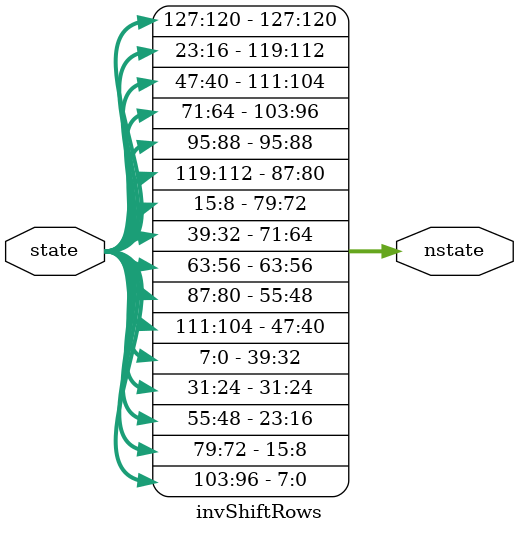
<source format=v>
module invShiftRows(input [127:0] state, output[127:0] nstate);
    assign nstate[127:120] = state[127:120];        // [0] = [0]
    assign nstate[119:112] = state[23:16];          // [1] = [13]
    assign nstate[111:104] = state[47:40];          // [2] = [10]
    assign nstate[103:96]  = state[71:64];          // [3] = [7]
    assign nstate[95:88]   = state[95:88];          // [4] = [4]
    assign nstate[87:80]   = state[119:112];        // [5] = [1]
    assign nstate[79:72]   = state[15:8];           // [6] = [14]
    assign nstate[71:64]   = state[39:32];          // [7] = [11]
    assign nstate[63:56]   = state[63:56];          // [8] = [8]
    assign nstate[55:48]   = state[87:80];          // [9] = [5]
    assign nstate[47:40]   = state[111:104];        // [10] = [2]
    assign nstate[39:32]   = state[7:0];            // [11] = [15]
    assign nstate[31:24]   = state[31:24];          // [12] = [12]
    assign nstate[23:16]   = state[55:48];          // [13] = [9]
    assign nstate[15:8]    = state[79:72];          // [14] = [6]
    assign nstate[7:0]     = state[103:96];         // [15] = [3]
endmodule
</source>
